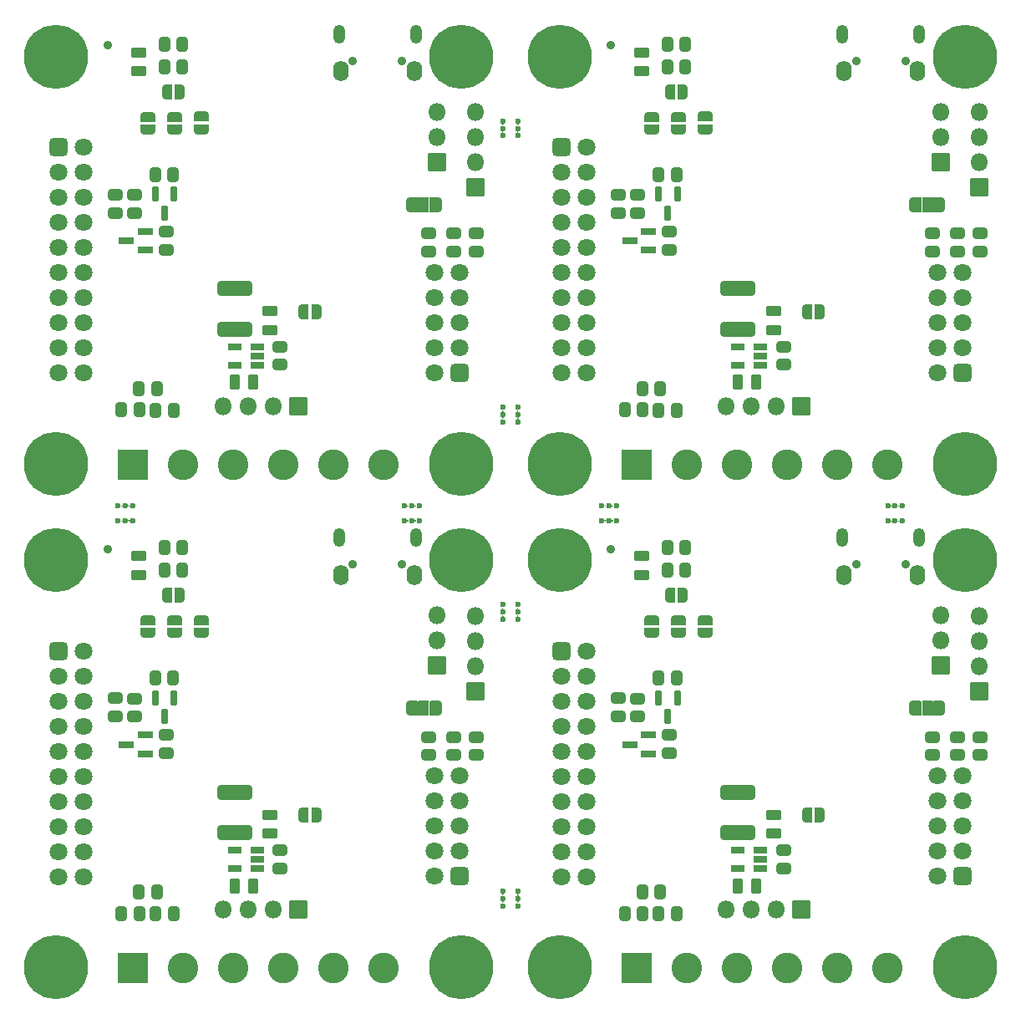
<source format=gbs>
G04 #@! TF.GenerationSoftware,KiCad,Pcbnew,(6.0.9)*
G04 #@! TF.CreationDate,2023-01-12T22:26:47+07:00*
G04 #@! TF.ProjectId,ESP12CORE_B_panel,45535031-3243-44f5-9245-5f425f70616e,rev?*
G04 #@! TF.SameCoordinates,Original*
G04 #@! TF.FileFunction,Soldermask,Bot*
G04 #@! TF.FilePolarity,Negative*
%FSLAX46Y46*%
G04 Gerber Fmt 4.6, Leading zero omitted, Abs format (unit mm)*
G04 Created by KiCad (PCBNEW (6.0.9)) date 2023-01-12 22:26:47*
%MOMM*%
%LPD*%
G01*
G04 APERTURE LIST*
G04 Aperture macros list*
%AMRoundRect*
0 Rectangle with rounded corners*
0 $1 Rounding radius*
0 $2 $3 $4 $5 $6 $7 $8 $9 X,Y pos of 4 corners*
0 Add a 4 corners polygon primitive as box body*
4,1,4,$2,$3,$4,$5,$6,$7,$8,$9,$2,$3,0*
0 Add four circle primitives for the rounded corners*
1,1,$1+$1,$2,$3*
1,1,$1+$1,$4,$5*
1,1,$1+$1,$6,$7*
1,1,$1+$1,$8,$9*
0 Add four rect primitives between the rounded corners*
20,1,$1+$1,$2,$3,$4,$5,0*
20,1,$1+$1,$4,$5,$6,$7,0*
20,1,$1+$1,$6,$7,$8,$9,0*
20,1,$1+$1,$8,$9,$2,$3,0*%
%AMFreePoly0*
4,1,37,0.535355,0.785355,0.550000,0.750000,0.550000,-0.750000,0.535355,-0.785355,0.500000,-0.800000,0.000000,-0.800000,-0.012524,-0.794812,-0.080857,-0.793560,-0.094851,-0.791293,-0.230166,-0.749018,-0.242962,-0.742915,-0.360972,-0.664360,-0.371540,-0.654911,-0.462760,-0.546392,-0.470252,-0.534356,-0.527347,-0.404597,-0.531159,-0.390943,-0.548742,-0.256483,-0.547388,-0.256306,-0.550000,-0.250000,
-0.550000,0.250000,-0.549522,0.251153,-0.549368,0.263802,-0.527557,0.403879,-0.523412,0.417435,-0.463164,0.545760,-0.455381,0.557609,-0.361537,0.663867,-0.350741,0.673055,-0.230846,0.748703,-0.217905,0.754492,-0.081598,0.793449,-0.067552,0.795373,-0.011991,0.795033,0.000000,0.800000,0.500000,0.800000,0.535355,0.785355,0.535355,0.785355,$1*%
%AMFreePoly1*
4,1,37,0.012350,0.794884,0.074210,0.794507,0.088231,0.792412,0.224052,0.751793,0.236921,0.745846,0.355883,0.668739,0.366566,0.659420,0.459104,0.552023,0.466742,0.540080,0.525419,0.411028,0.529398,0.397421,0.549495,0.257088,0.550000,0.250000,0.550000,-0.250000,0.549996,-0.250610,0.549847,-0.262826,0.549158,-0.270511,0.525638,-0.410312,0.521328,-0.423818,0.459516,-0.551397,
0.451589,-0.563150,0.356454,-0.668254,0.345546,-0.677309,0.224736,-0.751486,0.211726,-0.757116,0.074953,-0.794405,0.060885,-0.796158,0.011462,-0.795252,0.000000,-0.800000,-0.500000,-0.800000,-0.535355,-0.785355,-0.550000,-0.750000,-0.550000,0.750000,-0.535355,0.785355,-0.500000,0.800000,0.000000,0.800000,0.012350,0.794884,0.012350,0.794884,$1*%
%AMFreePoly2*
4,1,37,0.585355,0.785355,0.600000,0.750000,0.600000,-0.750000,0.585355,-0.785355,0.550000,-0.800000,0.000000,-0.800000,-0.012524,-0.794812,-0.080857,-0.793560,-0.094851,-0.791293,-0.230166,-0.749018,-0.242962,-0.742915,-0.360972,-0.664360,-0.371540,-0.654911,-0.462760,-0.546392,-0.470252,-0.534356,-0.527347,-0.404597,-0.531159,-0.390943,-0.548742,-0.256483,-0.547388,-0.256306,-0.550000,-0.250000,
-0.550000,0.250000,-0.549522,0.251153,-0.549368,0.263802,-0.527557,0.403879,-0.523412,0.417435,-0.463164,0.545760,-0.455381,0.557609,-0.361537,0.663867,-0.350741,0.673055,-0.230846,0.748703,-0.217905,0.754492,-0.081598,0.793449,-0.067552,0.795373,-0.011991,0.795033,0.000000,0.800000,0.550000,0.800000,0.585355,0.785355,0.585355,0.785355,$1*%
%AMFreePoly3*
4,1,37,0.012350,0.794884,0.074210,0.794507,0.088231,0.792412,0.224052,0.751793,0.236921,0.745846,0.355883,0.668739,0.366566,0.659420,0.459104,0.552023,0.466742,0.540080,0.525419,0.411028,0.529398,0.397421,0.549495,0.257088,0.550000,0.250000,0.550000,-0.250000,0.549996,-0.250610,0.549847,-0.262826,0.549158,-0.270511,0.525638,-0.410312,0.521328,-0.423818,0.459516,-0.551397,
0.451589,-0.563150,0.356454,-0.668254,0.345546,-0.677309,0.224736,-0.751486,0.211726,-0.757116,0.074953,-0.794405,0.060885,-0.796158,0.011462,-0.795252,0.000000,-0.800000,-0.550000,-0.800000,-0.585355,-0.785355,-0.600000,-0.750000,-0.600000,0.750000,-0.585355,0.785355,-0.550000,0.800000,0.000000,0.800000,0.012350,0.794884,0.012350,0.794884,$1*%
G04 Aperture macros list end*
%ADD10C,0.600000*%
%ADD11RoundRect,0.300000X0.600000X0.600000X-0.600000X0.600000X-0.600000X-0.600000X0.600000X-0.600000X0*%
%ADD12C,1.800000*%
%ADD13RoundRect,0.050000X-0.850000X0.850000X-0.850000X-0.850000X0.850000X-0.850000X0.850000X0.850000X0*%
%ADD14O,1.800000X1.800000*%
%ADD15C,0.900000*%
%ADD16C,6.500000*%
%ADD17RoundRect,0.300000X-0.600000X-0.600000X0.600000X-0.600000X0.600000X0.600000X-0.600000X0.600000X0*%
%ADD18RoundRect,0.050000X0.850000X0.850000X-0.850000X0.850000X-0.850000X-0.850000X0.850000X-0.850000X0*%
%ADD19O,0.900000X0.900000*%
%ADD20O,1.250000X1.900000*%
%ADD21O,1.550000X2.100000*%
%ADD22RoundRect,0.050000X-1.500000X-1.500000X1.500000X-1.500000X1.500000X1.500000X-1.500000X1.500000X0*%
%ADD23C,3.100000*%
%ADD24RoundRect,0.300000X0.262500X0.450000X-0.262500X0.450000X-0.262500X-0.450000X0.262500X-0.450000X0*%
%ADD25RoundRect,0.300000X-0.450000X0.262500X-0.450000X-0.262500X0.450000X-0.262500X0.450000X0.262500X0*%
%ADD26RoundRect,0.300000X0.450000X-0.262500X0.450000X0.262500X-0.450000X0.262500X-0.450000X-0.262500X0*%
%ADD27FreePoly0,180.000000*%
%ADD28FreePoly1,180.000000*%
%ADD29RoundRect,0.300000X-0.262500X-0.450000X0.262500X-0.450000X0.262500X0.450000X-0.262500X0.450000X0*%
%ADD30FreePoly0,270.000000*%
%ADD31FreePoly1,270.000000*%
%ADD32RoundRect,0.200000X0.587500X0.150000X-0.587500X0.150000X-0.587500X-0.150000X0.587500X-0.150000X0*%
%ADD33RoundRect,0.300000X0.475000X-0.250000X0.475000X0.250000X-0.475000X0.250000X-0.475000X-0.250000X0*%
%ADD34RoundRect,0.200000X0.512500X0.150000X-0.512500X0.150000X-0.512500X-0.150000X0.512500X-0.150000X0*%
%ADD35RoundRect,0.299999X1.450001X-0.450001X1.450001X0.450001X-1.450001X0.450001X-1.450001X-0.450001X0*%
%ADD36FreePoly2,0.000000*%
%ADD37RoundRect,0.050000X-0.500000X-0.750000X0.500000X-0.750000X0.500000X0.750000X-0.500000X0.750000X0*%
%ADD38FreePoly3,0.000000*%
%ADD39RoundRect,0.300000X-0.475000X0.250000X-0.475000X-0.250000X0.475000X-0.250000X0.475000X0.250000X0*%
%ADD40RoundRect,0.300000X-0.250000X-0.475000X0.250000X-0.475000X0.250000X0.475000X-0.250000X0.475000X0*%
%ADD41RoundRect,0.200000X-0.150000X0.587500X-0.150000X-0.587500X0.150000X-0.587500X0.150000X0.587500X0*%
G04 APERTURE END LIST*
D10*
X150250000Y-148250000D03*
X150250000Y-149750000D03*
X151750000Y-149750000D03*
X151750000Y-148250000D03*
X150250000Y-149000000D03*
X151750000Y-149000000D03*
D11*
X145843909Y-95758668D03*
D12*
X143303909Y-95758668D03*
X145843909Y-93218668D03*
X143303909Y-93218668D03*
X145843909Y-90678668D03*
X143303909Y-90678668D03*
X145843909Y-88138668D03*
X143303909Y-88138668D03*
X145843909Y-85598668D03*
X143303909Y-85598668D03*
D13*
X180480000Y-99133737D03*
D14*
X177940000Y-99133737D03*
X175400000Y-99133737D03*
X172860000Y-99133737D03*
D15*
X110200827Y-62587897D03*
X144352944Y-103302944D03*
X146050000Y-102600000D03*
D16*
X146050000Y-105000000D03*
D15*
X147747056Y-103302944D03*
X146050000Y-107400000D03*
X144352944Y-106697056D03*
X147747056Y-106697056D03*
X143650000Y-105000000D03*
X148450000Y-105000000D03*
X105000000Y-117150000D03*
X106697056Y-116447056D03*
X102600000Y-114750000D03*
X105000000Y-112350000D03*
X103302944Y-113052944D03*
D16*
X105000000Y-114750000D03*
D15*
X106697056Y-113052944D03*
X103302944Y-116447056D03*
X107400000Y-114750000D03*
D17*
X156204868Y-123917125D03*
D12*
X158744868Y-123917125D03*
X156204868Y-126457125D03*
X158744868Y-126457125D03*
X156204868Y-128997125D03*
X158744868Y-128997125D03*
X156204868Y-131537125D03*
X158744868Y-131537125D03*
X156204868Y-134077125D03*
X158744868Y-134077125D03*
X156204868Y-136617125D03*
X158744868Y-136617125D03*
X156204868Y-139157125D03*
X158744868Y-139157125D03*
X156204868Y-141697125D03*
X158744868Y-141697125D03*
X156204868Y-144237125D03*
X158744868Y-144237125D03*
X156204868Y-146777125D03*
X158744868Y-146777125D03*
D18*
X143606599Y-74422000D03*
D14*
X143606599Y-71882000D03*
X143606599Y-69342000D03*
D18*
X147500856Y-127995980D03*
D14*
X147500856Y-125455980D03*
X147500856Y-122915980D03*
X147500856Y-120375980D03*
D10*
X141750000Y-109250000D03*
X141750000Y-110750000D03*
X140250000Y-109250000D03*
X140250000Y-110750000D03*
X141000000Y-110750000D03*
X141000000Y-109250000D03*
D15*
X153600000Y-156000000D03*
X156000000Y-158400000D03*
D16*
X156000000Y-156000000D03*
D15*
X157697056Y-154302944D03*
X157697056Y-157697056D03*
X158400000Y-156000000D03*
X156000000Y-153600000D03*
X154302944Y-154302944D03*
X154302944Y-157697056D03*
D17*
X105204868Y-72917125D03*
D12*
X107744868Y-72917125D03*
X105204868Y-75457125D03*
X107744868Y-75457125D03*
X105204868Y-77997125D03*
X107744868Y-77997125D03*
X105204868Y-80537125D03*
X107744868Y-80537125D03*
X105204868Y-83077125D03*
X107744868Y-83077125D03*
X105204868Y-85617125D03*
X107744868Y-85617125D03*
X105204868Y-88157125D03*
X107744868Y-88157125D03*
X105204868Y-90697125D03*
X107744868Y-90697125D03*
X105204868Y-93237125D03*
X107744868Y-93237125D03*
X105204868Y-95777125D03*
X107744868Y-95777125D03*
D15*
X144352944Y-62052944D03*
X144352944Y-65447056D03*
X147747056Y-65447056D03*
X146050000Y-61350000D03*
X147747056Y-62052944D03*
X143650000Y-63750000D03*
X146050000Y-66150000D03*
D16*
X146050000Y-63750000D03*
D15*
X148450000Y-63750000D03*
D18*
X194606599Y-125422000D03*
D14*
X194606599Y-122882000D03*
X194606599Y-120342000D03*
D15*
X197050000Y-66150000D03*
X199450000Y-63750000D03*
X194650000Y-63750000D03*
X198747056Y-62052944D03*
X195352944Y-65447056D03*
X197050000Y-61350000D03*
X195352944Y-62052944D03*
D16*
X197050000Y-63750000D03*
D15*
X198747056Y-65447056D03*
X197050000Y-158400000D03*
X195352944Y-154302944D03*
X194650000Y-156000000D03*
X197050000Y-153600000D03*
X198747056Y-154302944D03*
X198747056Y-157697056D03*
D16*
X197050000Y-156000000D03*
D15*
X199450000Y-156000000D03*
X195352944Y-157697056D03*
D17*
X156204868Y-72917125D03*
D12*
X158744868Y-72917125D03*
X156204868Y-75457125D03*
X158744868Y-75457125D03*
X156204868Y-77997125D03*
X158744868Y-77997125D03*
X156204868Y-80537125D03*
X158744868Y-80537125D03*
X156204868Y-83077125D03*
X158744868Y-83077125D03*
X156204868Y-85617125D03*
X158744868Y-85617125D03*
X156204868Y-88157125D03*
X158744868Y-88157125D03*
X156204868Y-90697125D03*
X158744868Y-90697125D03*
X156204868Y-93237125D03*
X158744868Y-93237125D03*
X156204868Y-95777125D03*
X158744868Y-95777125D03*
D13*
X129480000Y-99133737D03*
D14*
X126940000Y-99133737D03*
X124400000Y-99133737D03*
X121860000Y-99133737D03*
D19*
X186041582Y-115190224D03*
X191041582Y-115190224D03*
D20*
X192416582Y-112440224D03*
D21*
X192266582Y-116240224D03*
X184816582Y-116240224D03*
D20*
X184666582Y-112440224D03*
D11*
X196843909Y-146758668D03*
D12*
X194303909Y-146758668D03*
X196843909Y-144218668D03*
X194303909Y-144218668D03*
X196843909Y-141678668D03*
X194303909Y-141678668D03*
X196843909Y-139138668D03*
X194303909Y-139138668D03*
X196843909Y-136598668D03*
X194303909Y-136598668D03*
D18*
X147500856Y-76995980D03*
D14*
X147500856Y-74455980D03*
X147500856Y-71915980D03*
X147500856Y-69375980D03*
D15*
X143650000Y-114750000D03*
D16*
X146050000Y-114750000D03*
D15*
X147747056Y-116447056D03*
X144352944Y-116447056D03*
X146050000Y-117150000D03*
X147747056Y-113052944D03*
X146050000Y-112350000D03*
X148450000Y-114750000D03*
X144352944Y-113052944D03*
X153600000Y-105000000D03*
X156000000Y-102600000D03*
D16*
X156000000Y-105000000D03*
D15*
X157697056Y-103302944D03*
X158400000Y-105000000D03*
X157697056Y-106697056D03*
X154302944Y-106697056D03*
X156000000Y-107400000D03*
X154302944Y-103302944D03*
X143650000Y-156000000D03*
X146050000Y-158400000D03*
X146050000Y-153600000D03*
X144352944Y-154302944D03*
X147747056Y-154302944D03*
X148450000Y-156000000D03*
X144352944Y-157697056D03*
X147747056Y-157697056D03*
D16*
X146050000Y-156000000D03*
D17*
X105204868Y-123917125D03*
D12*
X107744868Y-123917125D03*
X105204868Y-126457125D03*
X107744868Y-126457125D03*
X105204868Y-128997125D03*
X107744868Y-128997125D03*
X105204868Y-131537125D03*
X107744868Y-131537125D03*
X105204868Y-134077125D03*
X107744868Y-134077125D03*
X105204868Y-136617125D03*
X107744868Y-136617125D03*
X105204868Y-139157125D03*
X107744868Y-139157125D03*
X105204868Y-141697125D03*
X107744868Y-141697125D03*
X105204868Y-144237125D03*
X107744868Y-144237125D03*
X105204868Y-146777125D03*
X107744868Y-146777125D03*
D15*
X105000000Y-66150000D03*
X103302944Y-62052944D03*
X102600000Y-63750000D03*
D16*
X105000000Y-63750000D03*
D15*
X107400000Y-63750000D03*
X106697056Y-65447056D03*
X103302944Y-65447056D03*
X106697056Y-62052944D03*
X105000000Y-61350000D03*
D10*
X151750000Y-100000000D03*
X150250000Y-100000000D03*
X150250000Y-99250000D03*
X150250000Y-100750000D03*
X151750000Y-100750000D03*
X151750000Y-99250000D03*
X112750000Y-109250000D03*
X111250000Y-109250000D03*
X112000000Y-110750000D03*
X112000000Y-109250000D03*
X111250000Y-110750000D03*
X112750000Y-110750000D03*
D18*
X198500856Y-127995980D03*
D14*
X198500856Y-125455980D03*
X198500856Y-122915980D03*
X198500856Y-120375980D03*
D13*
X129480000Y-150133737D03*
D14*
X126940000Y-150133737D03*
X124400000Y-150133737D03*
X121860000Y-150133737D03*
D22*
X112773429Y-156050688D03*
D23*
X117853429Y-156050688D03*
X122933429Y-156050688D03*
X128013429Y-156050688D03*
X133093429Y-156050688D03*
X138173429Y-156050688D03*
D10*
X150250000Y-119250000D03*
X150250000Y-120000000D03*
X151750000Y-120000000D03*
X151750000Y-120750000D03*
X151750000Y-119250000D03*
X150250000Y-120750000D03*
D22*
X163773429Y-105050688D03*
D23*
X168853429Y-105050688D03*
X173933429Y-105050688D03*
X179013429Y-105050688D03*
X184093429Y-105050688D03*
X189173429Y-105050688D03*
D10*
X150250000Y-71750000D03*
X151750000Y-70250000D03*
X151750000Y-71000000D03*
X150250000Y-70250000D03*
X151750000Y-71750000D03*
X150250000Y-71000000D03*
D18*
X198500856Y-76995980D03*
D14*
X198500856Y-74455980D03*
X198500856Y-71915980D03*
X198500856Y-69375980D03*
D13*
X180480000Y-150133737D03*
D14*
X177940000Y-150133737D03*
X175400000Y-150133737D03*
X172860000Y-150133737D03*
D10*
X189250000Y-109250000D03*
X190750000Y-110750000D03*
X190000000Y-110750000D03*
X189250000Y-110750000D03*
X190000000Y-109250000D03*
X190750000Y-109250000D03*
X160250000Y-110750000D03*
X161750000Y-110750000D03*
X160250000Y-109250000D03*
X161000000Y-109250000D03*
X161750000Y-109250000D03*
X161000000Y-110750000D03*
D19*
X186041582Y-64190224D03*
X191041582Y-64190224D03*
D20*
X184666582Y-61440224D03*
D21*
X184816582Y-65240224D03*
X192266582Y-65240224D03*
D20*
X192416582Y-61440224D03*
D15*
X154302944Y-62052944D03*
D16*
X156000000Y-63750000D03*
D15*
X154302944Y-65447056D03*
X157697056Y-62052944D03*
X157697056Y-65447056D03*
X156000000Y-66150000D03*
X156000000Y-61350000D03*
X153600000Y-63750000D03*
X158400000Y-63750000D03*
X161200827Y-113587897D03*
X105000000Y-107400000D03*
X106697056Y-106697056D03*
X102600000Y-105000000D03*
D16*
X105000000Y-105000000D03*
D15*
X105000000Y-102600000D03*
X103302944Y-103302944D03*
X107400000Y-105000000D03*
X103302944Y-106697056D03*
X106697056Y-103302944D03*
X195352944Y-103302944D03*
X195352944Y-106697056D03*
X194650000Y-105000000D03*
X198747056Y-106697056D03*
X198747056Y-103302944D03*
X197050000Y-107400000D03*
X197050000Y-102600000D03*
D16*
X197050000Y-105000000D03*
D15*
X199450000Y-105000000D03*
D16*
X156000000Y-114750000D03*
D15*
X158400000Y-114750000D03*
X156000000Y-117150000D03*
X157697056Y-116447056D03*
X154302944Y-113052944D03*
X157697056Y-113052944D03*
X153600000Y-114750000D03*
X154302944Y-116447056D03*
X156000000Y-112350000D03*
X199450000Y-114750000D03*
D16*
X197050000Y-114750000D03*
D15*
X194650000Y-114750000D03*
X198747056Y-116447056D03*
X197050000Y-117150000D03*
X197050000Y-112350000D03*
X198747056Y-113052944D03*
X195352944Y-113052944D03*
X195352944Y-116447056D03*
X110200827Y-113587897D03*
X103302944Y-157697056D03*
X107400000Y-156000000D03*
D16*
X105000000Y-156000000D03*
D15*
X105000000Y-158400000D03*
X106697056Y-157697056D03*
X102600000Y-156000000D03*
X106697056Y-154302944D03*
X103302944Y-154302944D03*
X105000000Y-153600000D03*
D22*
X112773429Y-105050688D03*
D23*
X117853429Y-105050688D03*
X122933429Y-105050688D03*
X128013429Y-105050688D03*
X133093429Y-105050688D03*
X138173429Y-105050688D03*
D18*
X143606599Y-125422000D03*
D14*
X143606599Y-122882000D03*
X143606599Y-120342000D03*
D18*
X194606599Y-74422000D03*
D14*
X194606599Y-71882000D03*
X194606599Y-69342000D03*
D19*
X135041582Y-64190224D03*
X140041582Y-64190224D03*
D21*
X133816582Y-65240224D03*
D20*
X141416582Y-61440224D03*
D21*
X141266582Y-65240224D03*
D20*
X133666582Y-61440224D03*
D15*
X161200827Y-62587897D03*
D19*
X135041582Y-115190224D03*
X140041582Y-115190224D03*
D20*
X133666582Y-112440224D03*
D21*
X133816582Y-116240224D03*
X141266582Y-116240224D03*
D20*
X141416582Y-112440224D03*
D11*
X196843909Y-95758668D03*
D12*
X194303909Y-95758668D03*
X196843909Y-93218668D03*
X194303909Y-93218668D03*
X196843909Y-90678668D03*
X194303909Y-90678668D03*
X196843909Y-88138668D03*
X194303909Y-88138668D03*
X196843909Y-85598668D03*
X194303909Y-85598668D03*
D11*
X145843909Y-146758668D03*
D12*
X143303909Y-146758668D03*
X145843909Y-144218668D03*
X143303909Y-144218668D03*
X145843909Y-141678668D03*
X143303909Y-141678668D03*
X145843909Y-139138668D03*
X143303909Y-139138668D03*
X145843909Y-136598668D03*
X143303909Y-136598668D03*
D22*
X163773429Y-156050688D03*
D23*
X168853429Y-156050688D03*
X173933429Y-156050688D03*
X179013429Y-156050688D03*
X184093429Y-156050688D03*
X189173429Y-156050688D03*
D24*
X167852500Y-126660000D03*
X166027500Y-126660000D03*
D25*
X198574000Y-81637500D03*
X198574000Y-83462500D03*
D26*
X112925000Y-130587500D03*
X112925000Y-128762500D03*
D27*
X168490000Y-67310000D03*
D28*
X167190000Y-67310000D03*
D27*
X117490000Y-118310000D03*
D28*
X116190000Y-118310000D03*
D27*
X168490000Y-118310000D03*
D28*
X167190000Y-118310000D03*
D29*
X113357500Y-148380000D03*
X115182500Y-148380000D03*
D26*
X110950000Y-130562500D03*
X110950000Y-128737500D03*
D29*
X115037500Y-150580000D03*
X116862500Y-150580000D03*
D27*
X182333000Y-140560400D03*
D28*
X181033000Y-140560400D03*
D30*
X117020000Y-120820000D03*
D31*
X117020000Y-122120000D03*
D32*
X113987500Y-81450000D03*
X113987500Y-83350000D03*
X112112500Y-82400000D03*
D30*
X165290000Y-69830000D03*
D31*
X165290000Y-71130000D03*
D25*
X193748000Y-81637500D03*
X193748000Y-83462500D03*
D32*
X164987500Y-132450000D03*
X164987500Y-134350000D03*
X163112500Y-133400000D03*
D30*
X114290000Y-69830000D03*
D31*
X114290000Y-71130000D03*
D25*
X198574000Y-132637500D03*
X198574000Y-134462500D03*
D30*
X117020000Y-69820000D03*
D31*
X117020000Y-71120000D03*
D29*
X162577500Y-150530000D03*
X164402500Y-150530000D03*
D33*
X126660000Y-91440000D03*
X126660000Y-89540000D03*
D24*
X117752500Y-115770000D03*
X115927500Y-115770000D03*
D33*
X177660000Y-91440000D03*
X177660000Y-89540000D03*
D29*
X162577500Y-99530000D03*
X164402500Y-99530000D03*
D34*
X176347500Y-144100000D03*
X176347500Y-145050000D03*
X176347500Y-146000000D03*
X174072500Y-146000000D03*
X174072500Y-144100000D03*
D25*
X147574000Y-132637500D03*
X147574000Y-134462500D03*
D24*
X167852500Y-75660000D03*
X166027500Y-75660000D03*
X116852500Y-126660000D03*
X115027500Y-126660000D03*
D27*
X131333000Y-140560400D03*
D28*
X130033000Y-140560400D03*
D35*
X123060000Y-142330000D03*
X123060000Y-138230000D03*
D30*
X165290000Y-120830000D03*
D31*
X165290000Y-122130000D03*
D27*
X182333000Y-89560400D03*
D28*
X181033000Y-89560400D03*
D30*
X119720000Y-120790000D03*
D31*
X119720000Y-122090000D03*
D25*
X145288000Y-132637500D03*
X145288000Y-134462500D03*
D36*
X140940000Y-78740000D03*
D37*
X142240000Y-78740000D03*
D38*
X143540000Y-78740000D03*
D26*
X163925000Y-79587500D03*
X163925000Y-77762500D03*
D29*
X164357500Y-97380000D03*
X166182500Y-97380000D03*
X111577500Y-99530000D03*
X113402500Y-99530000D03*
D26*
X163925000Y-130587500D03*
X163925000Y-128762500D03*
D25*
X196288000Y-132637500D03*
X196288000Y-134462500D03*
D32*
X164987500Y-81450000D03*
X164987500Y-83350000D03*
X163112500Y-82400000D03*
D34*
X176347500Y-93100000D03*
X176347500Y-94050000D03*
X176347500Y-95000000D03*
X174072500Y-95000000D03*
X174072500Y-93100000D03*
D39*
X113344075Y-114334212D03*
X113344075Y-116234212D03*
D25*
X142748000Y-81637500D03*
X142748000Y-83462500D03*
D40*
X174050000Y-96720000D03*
X175950000Y-96720000D03*
D30*
X170720000Y-120790000D03*
D31*
X170720000Y-122090000D03*
D35*
X174060000Y-91330000D03*
X174060000Y-87230000D03*
D29*
X164357500Y-148380000D03*
X166182500Y-148380000D03*
D40*
X174050000Y-147720000D03*
X175950000Y-147720000D03*
D26*
X167100000Y-134287500D03*
X167100000Y-132462500D03*
D25*
X127670000Y-144107500D03*
X127670000Y-145932500D03*
D26*
X112925000Y-79587500D03*
X112925000Y-77762500D03*
D41*
X115020000Y-77682500D03*
X116920000Y-77682500D03*
X115970000Y-79557500D03*
D40*
X123050000Y-96720000D03*
X124950000Y-96720000D03*
D35*
X174060000Y-142330000D03*
X174060000Y-138230000D03*
D30*
X168020000Y-120820000D03*
D31*
X168020000Y-122120000D03*
D32*
X113987500Y-132450000D03*
X113987500Y-134350000D03*
X112112500Y-133400000D03*
D29*
X113357500Y-97380000D03*
X115182500Y-97380000D03*
D26*
X167100000Y-83287500D03*
X167100000Y-81462500D03*
D29*
X115037500Y-99580000D03*
X116862500Y-99580000D03*
D26*
X161950000Y-79562500D03*
X161950000Y-77737500D03*
D36*
X140940000Y-129740000D03*
D37*
X142240000Y-129740000D03*
D38*
X143540000Y-129740000D03*
D26*
X161950000Y-130562500D03*
X161950000Y-128737500D03*
D25*
X147574000Y-81637500D03*
X147574000Y-83462500D03*
D33*
X126660000Y-142440000D03*
X126660000Y-140540000D03*
D30*
X114290000Y-120830000D03*
D31*
X114290000Y-122130000D03*
D27*
X117490000Y-67310000D03*
D28*
X116190000Y-67310000D03*
D30*
X119720000Y-69790000D03*
D31*
X119720000Y-71090000D03*
D29*
X166037500Y-150580000D03*
X167862500Y-150580000D03*
D25*
X142748000Y-132637500D03*
X142748000Y-134462500D03*
D24*
X168752500Y-64770000D03*
X166927500Y-64770000D03*
D39*
X113344075Y-63334212D03*
X113344075Y-65234212D03*
D25*
X178670000Y-144107500D03*
X178670000Y-145932500D03*
X145288000Y-81637500D03*
X145288000Y-83462500D03*
D27*
X131333000Y-89560400D03*
D28*
X130033000Y-89560400D03*
D40*
X123050000Y-147720000D03*
X124950000Y-147720000D03*
D26*
X110950000Y-79562500D03*
X110950000Y-77737500D03*
D33*
X177660000Y-142440000D03*
X177660000Y-140540000D03*
D36*
X191940000Y-129740000D03*
D37*
X193240000Y-129740000D03*
D38*
X194540000Y-129740000D03*
D30*
X168020000Y-69820000D03*
D31*
X168020000Y-71120000D03*
D29*
X111577500Y-150530000D03*
X113402500Y-150530000D03*
D41*
X115020000Y-128682500D03*
X116920000Y-128682500D03*
X115970000Y-130557500D03*
D29*
X166927500Y-62484000D03*
X168752500Y-62484000D03*
D34*
X125347500Y-93100000D03*
X125347500Y-94050000D03*
X125347500Y-95000000D03*
X123072500Y-95000000D03*
X123072500Y-93100000D03*
D29*
X115927500Y-62484000D03*
X117752500Y-62484000D03*
D25*
X127670000Y-93107500D03*
X127670000Y-94932500D03*
D39*
X164344075Y-63334212D03*
X164344075Y-65234212D03*
D41*
X166020000Y-128682500D03*
X167920000Y-128682500D03*
X166970000Y-130557500D03*
D26*
X116100000Y-134287500D03*
X116100000Y-132462500D03*
D25*
X178670000Y-93107500D03*
X178670000Y-94932500D03*
X193748000Y-132637500D03*
X193748000Y-134462500D03*
D29*
X166927500Y-113484000D03*
X168752500Y-113484000D03*
D25*
X196288000Y-81637500D03*
X196288000Y-83462500D03*
D29*
X115927500Y-113484000D03*
X117752500Y-113484000D03*
D34*
X125347500Y-144100000D03*
X125347500Y-145050000D03*
X125347500Y-146000000D03*
X123072500Y-146000000D03*
X123072500Y-144100000D03*
D24*
X117752500Y-64770000D03*
X115927500Y-64770000D03*
D35*
X123060000Y-91330000D03*
X123060000Y-87230000D03*
D39*
X164344075Y-114334212D03*
X164344075Y-116234212D03*
D30*
X170720000Y-69790000D03*
D31*
X170720000Y-71090000D03*
D24*
X168752500Y-115770000D03*
X166927500Y-115770000D03*
X116852500Y-75660000D03*
X115027500Y-75660000D03*
D36*
X191940000Y-78740000D03*
D37*
X193240000Y-78740000D03*
D38*
X194540000Y-78740000D03*
D26*
X116100000Y-83287500D03*
X116100000Y-81462500D03*
D41*
X166020000Y-77682500D03*
X167920000Y-77682500D03*
X166970000Y-79557500D03*
D29*
X166037500Y-99580000D03*
X167862500Y-99580000D03*
G36*
X150366484Y-149270942D02*
G01*
X150367168Y-149272821D01*
X150366106Y-149274256D01*
X150340038Y-149287539D01*
X150297020Y-149330556D01*
X150287556Y-149390314D01*
X150315101Y-149444374D01*
X150339899Y-149462390D01*
X150366106Y-149475744D01*
X150367195Y-149477421D01*
X150366287Y-149479203D01*
X150364514Y-149479405D01*
X150301742Y-149456558D01*
X150198258Y-149456558D01*
X150135486Y-149479405D01*
X150133516Y-149479058D01*
X150132832Y-149477179D01*
X150133894Y-149475744D01*
X150159962Y-149462461D01*
X150202980Y-149419444D01*
X150212444Y-149359686D01*
X150184899Y-149305626D01*
X150160101Y-149287610D01*
X150133894Y-149274256D01*
X150132805Y-149272579D01*
X150133713Y-149270797D01*
X150135486Y-149270595D01*
X150198258Y-149293442D01*
X150301742Y-149293442D01*
X150364514Y-149270595D01*
X150366484Y-149270942D01*
G37*
G36*
X151866484Y-149270942D02*
G01*
X151867168Y-149272821D01*
X151866106Y-149274256D01*
X151840038Y-149287539D01*
X151797020Y-149330556D01*
X151787556Y-149390314D01*
X151815101Y-149444374D01*
X151839899Y-149462390D01*
X151866106Y-149475744D01*
X151867195Y-149477421D01*
X151866287Y-149479203D01*
X151864514Y-149479405D01*
X151801742Y-149456558D01*
X151698258Y-149456558D01*
X151635486Y-149479405D01*
X151633516Y-149479058D01*
X151632832Y-149477179D01*
X151633894Y-149475744D01*
X151659962Y-149462461D01*
X151702980Y-149419444D01*
X151712444Y-149359686D01*
X151684899Y-149305626D01*
X151660101Y-149287610D01*
X151633894Y-149274256D01*
X151632805Y-149272579D01*
X151633713Y-149270797D01*
X151635486Y-149270595D01*
X151698258Y-149293442D01*
X151801742Y-149293442D01*
X151864514Y-149270595D01*
X151866484Y-149270942D01*
G37*
G36*
X150366484Y-148520942D02*
G01*
X150367168Y-148522821D01*
X150366106Y-148524256D01*
X150340038Y-148537539D01*
X150297020Y-148580556D01*
X150287556Y-148640314D01*
X150315101Y-148694374D01*
X150339899Y-148712390D01*
X150366106Y-148725744D01*
X150367195Y-148727421D01*
X150366287Y-148729203D01*
X150364514Y-148729405D01*
X150301742Y-148706558D01*
X150198258Y-148706558D01*
X150135486Y-148729405D01*
X150133516Y-148729058D01*
X150132832Y-148727179D01*
X150133894Y-148725744D01*
X150159962Y-148712461D01*
X150202980Y-148669444D01*
X150212444Y-148609686D01*
X150184899Y-148555626D01*
X150160101Y-148537610D01*
X150133894Y-148524256D01*
X150132805Y-148522579D01*
X150133713Y-148520797D01*
X150135486Y-148520595D01*
X150198258Y-148543442D01*
X150301742Y-148543442D01*
X150364514Y-148520595D01*
X150366484Y-148520942D01*
G37*
G36*
X151866484Y-148520942D02*
G01*
X151867168Y-148522821D01*
X151866106Y-148524256D01*
X151840038Y-148537539D01*
X151797020Y-148580556D01*
X151787556Y-148640314D01*
X151815101Y-148694374D01*
X151839899Y-148712390D01*
X151866106Y-148725744D01*
X151867195Y-148727421D01*
X151866287Y-148729203D01*
X151864514Y-148729405D01*
X151801742Y-148706558D01*
X151698258Y-148706558D01*
X151635486Y-148729405D01*
X151633516Y-148729058D01*
X151632832Y-148727179D01*
X151633894Y-148725744D01*
X151659962Y-148712461D01*
X151702980Y-148669444D01*
X151712444Y-148609686D01*
X151684899Y-148555626D01*
X151660101Y-148537610D01*
X151633894Y-148524256D01*
X151632805Y-148522579D01*
X151633713Y-148520797D01*
X151635486Y-148520595D01*
X151698258Y-148543442D01*
X151801742Y-148543442D01*
X151864514Y-148520595D01*
X151866484Y-148520942D01*
G37*
G36*
X124503868Y-143078999D02*
G01*
X124503868Y-143080999D01*
X124502465Y-143081972D01*
X124502459Y-143081973D01*
X124502130Y-143082000D01*
X121617870Y-143082000D01*
X121616138Y-143081000D01*
X121616138Y-143079000D01*
X121617870Y-143078000D01*
X124502136Y-143077999D01*
X124503868Y-143078999D01*
G37*
G36*
X175503868Y-143078999D02*
G01*
X175503868Y-143080999D01*
X175502465Y-143081972D01*
X175502459Y-143081973D01*
X175502130Y-143082000D01*
X172617870Y-143082000D01*
X172616138Y-143081000D01*
X172616138Y-143079000D01*
X172617870Y-143078000D01*
X175502136Y-143077999D01*
X175503868Y-143078999D01*
G37*
G36*
X124503862Y-141579000D02*
G01*
X124503862Y-141581000D01*
X124502130Y-141582000D01*
X121617864Y-141582001D01*
X121616132Y-141581001D01*
X121616132Y-141579001D01*
X121617535Y-141578028D01*
X121617541Y-141578027D01*
X121617870Y-141578000D01*
X124502130Y-141578000D01*
X124503862Y-141579000D01*
G37*
G36*
X175503862Y-141579000D02*
G01*
X175503862Y-141581000D01*
X175502130Y-141582000D01*
X172617864Y-141582001D01*
X172616132Y-141581001D01*
X172616132Y-141579001D01*
X172617535Y-141578028D01*
X172617541Y-141578027D01*
X172617870Y-141578000D01*
X175502130Y-141578000D01*
X175503862Y-141579000D01*
G37*
G36*
X124503868Y-138978999D02*
G01*
X124503868Y-138980999D01*
X124502465Y-138981972D01*
X124502459Y-138981973D01*
X124502130Y-138982000D01*
X121617870Y-138982000D01*
X121616138Y-138981000D01*
X121616138Y-138979000D01*
X121617870Y-138978000D01*
X124502136Y-138977999D01*
X124503868Y-138978999D01*
G37*
G36*
X175503868Y-138978999D02*
G01*
X175503868Y-138980999D01*
X175502465Y-138981972D01*
X175502459Y-138981973D01*
X175502130Y-138982000D01*
X172617870Y-138982000D01*
X172616138Y-138981000D01*
X172616138Y-138979000D01*
X172617870Y-138978000D01*
X175502136Y-138977999D01*
X175503868Y-138978999D01*
G37*
G36*
X175503862Y-137479000D02*
G01*
X175503862Y-137481000D01*
X175502130Y-137482000D01*
X172617864Y-137482001D01*
X172616132Y-137481001D01*
X172616132Y-137479001D01*
X172617535Y-137478028D01*
X172617541Y-137478027D01*
X172617870Y-137478000D01*
X175502130Y-137478000D01*
X175503862Y-137479000D01*
G37*
G36*
X124503862Y-137479000D02*
G01*
X124503862Y-137481000D01*
X124502130Y-137482000D01*
X121617864Y-137482001D01*
X121616132Y-137481001D01*
X121616132Y-137479001D01*
X121617535Y-137478028D01*
X121617541Y-137478027D01*
X121617870Y-137478000D01*
X124502130Y-137478000D01*
X124503862Y-137479000D01*
G37*
G36*
X141537523Y-128969752D02*
G01*
X141581118Y-129004119D01*
X141641573Y-129006493D01*
X141691977Y-128972814D01*
X141693973Y-128972683D01*
X141695084Y-128974346D01*
X141695050Y-128974867D01*
X141692000Y-128990199D01*
X141692000Y-130489801D01*
X141695677Y-130508287D01*
X141695034Y-130510181D01*
X141693072Y-130510571D01*
X141692477Y-130510248D01*
X141648882Y-130475881D01*
X141588427Y-130473507D01*
X141538023Y-130507186D01*
X141536027Y-130507317D01*
X141534916Y-130505654D01*
X141534950Y-130505133D01*
X141538000Y-130489801D01*
X141538000Y-128990199D01*
X141534323Y-128971713D01*
X141534966Y-128969819D01*
X141536928Y-128969429D01*
X141537523Y-128969752D01*
G37*
G36*
X192537523Y-128969752D02*
G01*
X192581118Y-129004119D01*
X192641573Y-129006493D01*
X192691977Y-128972814D01*
X192693973Y-128972683D01*
X192695084Y-128974346D01*
X192695050Y-128974867D01*
X192692000Y-128990199D01*
X192692000Y-130489801D01*
X192695677Y-130508287D01*
X192695034Y-130510181D01*
X192693072Y-130510571D01*
X192692477Y-130510248D01*
X192648882Y-130475881D01*
X192588427Y-130473507D01*
X192538023Y-130507186D01*
X192536027Y-130507317D01*
X192534916Y-130505654D01*
X192534950Y-130505133D01*
X192538000Y-130489801D01*
X192538000Y-128990199D01*
X192534323Y-128971713D01*
X192534966Y-128969819D01*
X192536928Y-128969429D01*
X192537523Y-128969752D01*
G37*
G36*
X193787523Y-128969752D02*
G01*
X193831118Y-129004119D01*
X193891573Y-129006493D01*
X193941977Y-128972814D01*
X193943973Y-128972683D01*
X193945084Y-128974346D01*
X193945050Y-128974867D01*
X193942000Y-128990199D01*
X193942000Y-130489801D01*
X193945677Y-130508287D01*
X193945034Y-130510181D01*
X193943072Y-130510571D01*
X193942477Y-130510248D01*
X193898882Y-130475881D01*
X193838427Y-130473507D01*
X193788023Y-130507186D01*
X193786027Y-130507317D01*
X193784916Y-130505654D01*
X193784950Y-130505133D01*
X193788000Y-130489801D01*
X193788000Y-128990199D01*
X193784323Y-128971713D01*
X193784966Y-128969819D01*
X193786928Y-128969429D01*
X193787523Y-128969752D01*
G37*
G36*
X142787523Y-128969752D02*
G01*
X142831118Y-129004119D01*
X142891573Y-129006493D01*
X142941977Y-128972814D01*
X142943973Y-128972683D01*
X142945084Y-128974346D01*
X142945050Y-128974867D01*
X142942000Y-128990199D01*
X142942000Y-130489801D01*
X142945677Y-130508287D01*
X142945034Y-130510181D01*
X142943072Y-130510571D01*
X142942477Y-130510248D01*
X142898882Y-130475881D01*
X142838427Y-130473507D01*
X142788023Y-130507186D01*
X142786027Y-130507317D01*
X142784916Y-130505654D01*
X142784950Y-130505133D01*
X142788000Y-130489801D01*
X142788000Y-128990199D01*
X142784323Y-128971713D01*
X142784966Y-128969819D01*
X142786928Y-128969429D01*
X142787523Y-128969752D01*
G37*
G36*
X150366484Y-120270942D02*
G01*
X150367168Y-120272821D01*
X150366106Y-120274256D01*
X150340038Y-120287539D01*
X150297020Y-120330556D01*
X150287556Y-120390314D01*
X150315101Y-120444374D01*
X150339899Y-120462390D01*
X150366106Y-120475744D01*
X150367195Y-120477421D01*
X150366287Y-120479203D01*
X150364514Y-120479405D01*
X150301742Y-120456558D01*
X150198258Y-120456558D01*
X150135486Y-120479405D01*
X150133516Y-120479058D01*
X150132832Y-120477179D01*
X150133894Y-120475744D01*
X150159962Y-120462461D01*
X150202980Y-120419444D01*
X150212444Y-120359686D01*
X150184899Y-120305626D01*
X150160101Y-120287610D01*
X150133894Y-120274256D01*
X150132805Y-120272579D01*
X150133713Y-120270797D01*
X150135486Y-120270595D01*
X150198258Y-120293442D01*
X150301742Y-120293442D01*
X150364514Y-120270595D01*
X150366484Y-120270942D01*
G37*
G36*
X151866484Y-120270942D02*
G01*
X151867168Y-120272821D01*
X151866106Y-120274256D01*
X151840038Y-120287539D01*
X151797020Y-120330556D01*
X151787556Y-120390314D01*
X151815101Y-120444374D01*
X151839899Y-120462390D01*
X151866106Y-120475744D01*
X151867195Y-120477421D01*
X151866287Y-120479203D01*
X151864514Y-120479405D01*
X151801742Y-120456558D01*
X151698258Y-120456558D01*
X151635486Y-120479405D01*
X151633516Y-120479058D01*
X151632832Y-120477179D01*
X151633894Y-120475744D01*
X151659962Y-120462461D01*
X151702980Y-120419444D01*
X151712444Y-120359686D01*
X151684899Y-120305626D01*
X151660101Y-120287610D01*
X151633894Y-120274256D01*
X151632805Y-120272579D01*
X151633713Y-120270797D01*
X151635486Y-120270595D01*
X151698258Y-120293442D01*
X151801742Y-120293442D01*
X151864514Y-120270595D01*
X151866484Y-120270942D01*
G37*
G36*
X151866484Y-119520942D02*
G01*
X151867168Y-119522821D01*
X151866106Y-119524256D01*
X151840038Y-119537539D01*
X151797020Y-119580556D01*
X151787556Y-119640314D01*
X151815101Y-119694374D01*
X151839899Y-119712390D01*
X151866106Y-119725744D01*
X151867195Y-119727421D01*
X151866287Y-119729203D01*
X151864514Y-119729405D01*
X151801742Y-119706558D01*
X151698258Y-119706558D01*
X151635486Y-119729405D01*
X151633516Y-119729058D01*
X151632832Y-119727179D01*
X151633894Y-119725744D01*
X151659962Y-119712461D01*
X151702980Y-119669444D01*
X151712444Y-119609686D01*
X151684899Y-119555626D01*
X151660101Y-119537610D01*
X151633894Y-119524256D01*
X151632805Y-119522579D01*
X151633713Y-119520797D01*
X151635486Y-119520595D01*
X151698258Y-119543442D01*
X151801742Y-119543442D01*
X151864514Y-119520595D01*
X151866484Y-119520942D01*
G37*
G36*
X150366484Y-119520942D02*
G01*
X150367168Y-119522821D01*
X150366106Y-119524256D01*
X150340038Y-119537539D01*
X150297020Y-119580556D01*
X150287556Y-119640314D01*
X150315101Y-119694374D01*
X150339899Y-119712390D01*
X150366106Y-119725744D01*
X150367195Y-119727421D01*
X150366287Y-119729203D01*
X150364514Y-119729405D01*
X150301742Y-119706558D01*
X150198258Y-119706558D01*
X150135486Y-119729405D01*
X150133516Y-119729058D01*
X150132832Y-119727179D01*
X150133894Y-119725744D01*
X150159962Y-119712461D01*
X150202980Y-119669444D01*
X150212444Y-119609686D01*
X150184899Y-119555626D01*
X150160101Y-119537610D01*
X150133894Y-119524256D01*
X150132805Y-119522579D01*
X150133713Y-119520797D01*
X150135486Y-119520595D01*
X150198258Y-119543442D01*
X150301742Y-119543442D01*
X150364514Y-119520595D01*
X150366484Y-119520942D01*
G37*
G36*
X161468172Y-110655361D02*
G01*
X161468465Y-110656797D01*
X161452031Y-110750000D01*
X161468465Y-110843203D01*
X161467781Y-110845082D01*
X161465811Y-110845429D01*
X161464713Y-110844458D01*
X161462461Y-110840038D01*
X161419444Y-110797020D01*
X161359686Y-110787556D01*
X161305626Y-110815101D01*
X161287610Y-110839898D01*
X161285287Y-110844458D01*
X161283610Y-110845547D01*
X161281828Y-110844639D01*
X161281535Y-110843203D01*
X161297969Y-110750000D01*
X161281535Y-110656797D01*
X161282219Y-110654918D01*
X161284189Y-110654571D01*
X161285287Y-110655542D01*
X161287539Y-110659962D01*
X161330556Y-110702980D01*
X161390314Y-110712444D01*
X161444374Y-110684899D01*
X161462390Y-110660102D01*
X161464713Y-110655542D01*
X161466390Y-110654453D01*
X161468172Y-110655361D01*
G37*
G36*
X190468172Y-110655361D02*
G01*
X190468465Y-110656797D01*
X190452031Y-110750000D01*
X190468465Y-110843203D01*
X190467781Y-110845082D01*
X190465811Y-110845429D01*
X190464713Y-110844458D01*
X190462461Y-110840038D01*
X190419444Y-110797020D01*
X190359686Y-110787556D01*
X190305626Y-110815101D01*
X190287610Y-110839898D01*
X190285287Y-110844458D01*
X190283610Y-110845547D01*
X190281828Y-110844639D01*
X190281535Y-110843203D01*
X190297969Y-110750000D01*
X190281535Y-110656797D01*
X190282219Y-110654918D01*
X190284189Y-110654571D01*
X190285287Y-110655542D01*
X190287539Y-110659962D01*
X190330556Y-110702980D01*
X190390314Y-110712444D01*
X190444374Y-110684899D01*
X190462390Y-110660102D01*
X190464713Y-110655542D01*
X190466390Y-110654453D01*
X190468172Y-110655361D01*
G37*
G36*
X112468172Y-110655361D02*
G01*
X112468465Y-110656797D01*
X112452031Y-110750000D01*
X112468465Y-110843203D01*
X112467781Y-110845082D01*
X112465811Y-110845429D01*
X112464713Y-110844458D01*
X112462461Y-110840038D01*
X112419444Y-110797020D01*
X112359686Y-110787556D01*
X112305626Y-110815101D01*
X112287610Y-110839898D01*
X112285287Y-110844458D01*
X112283610Y-110845547D01*
X112281828Y-110844639D01*
X112281535Y-110843203D01*
X112297969Y-110750000D01*
X112281535Y-110656797D01*
X112282219Y-110654918D01*
X112284189Y-110654571D01*
X112285287Y-110655542D01*
X112287539Y-110659962D01*
X112330556Y-110702980D01*
X112390314Y-110712444D01*
X112444374Y-110684899D01*
X112462390Y-110660102D01*
X112464713Y-110655542D01*
X112466390Y-110654453D01*
X112468172Y-110655361D01*
G37*
G36*
X189718172Y-110655361D02*
G01*
X189718465Y-110656797D01*
X189702031Y-110750000D01*
X189718465Y-110843203D01*
X189717781Y-110845082D01*
X189715811Y-110845429D01*
X189714713Y-110844458D01*
X189712461Y-110840038D01*
X189669444Y-110797020D01*
X189609686Y-110787556D01*
X189555626Y-110815101D01*
X189537610Y-110839898D01*
X189535287Y-110844458D01*
X189533610Y-110845547D01*
X189531828Y-110844639D01*
X189531535Y-110843203D01*
X189547969Y-110750000D01*
X189531535Y-110656797D01*
X189532219Y-110654918D01*
X189534189Y-110654571D01*
X189535287Y-110655542D01*
X189537539Y-110659962D01*
X189580556Y-110702980D01*
X189640314Y-110712444D01*
X189694374Y-110684899D01*
X189712390Y-110660102D01*
X189714713Y-110655542D01*
X189716390Y-110654453D01*
X189718172Y-110655361D01*
G37*
G36*
X140718172Y-110655361D02*
G01*
X140718465Y-110656797D01*
X140702031Y-110750000D01*
X140718465Y-110843203D01*
X140717781Y-110845082D01*
X140715811Y-110845429D01*
X140714713Y-110844458D01*
X140712461Y-110840038D01*
X140669444Y-110797020D01*
X140609686Y-110787556D01*
X140555626Y-110815101D01*
X140537610Y-110839898D01*
X140535287Y-110844458D01*
X140533610Y-110845547D01*
X140531828Y-110844639D01*
X140531535Y-110843203D01*
X140547969Y-110750000D01*
X140531535Y-110656797D01*
X140532219Y-110654918D01*
X140534189Y-110654571D01*
X140535287Y-110655542D01*
X140537539Y-110659962D01*
X140580556Y-110702980D01*
X140640314Y-110712444D01*
X140694374Y-110684899D01*
X140712390Y-110660102D01*
X140714713Y-110655542D01*
X140716390Y-110654453D01*
X140718172Y-110655361D01*
G37*
G36*
X111718172Y-110655361D02*
G01*
X111718465Y-110656797D01*
X111702031Y-110750000D01*
X111718465Y-110843203D01*
X111717781Y-110845082D01*
X111715811Y-110845429D01*
X111714713Y-110844458D01*
X111712461Y-110840038D01*
X111669444Y-110797020D01*
X111609686Y-110787556D01*
X111555626Y-110815101D01*
X111537610Y-110839898D01*
X111535287Y-110844458D01*
X111533610Y-110845547D01*
X111531828Y-110844639D01*
X111531535Y-110843203D01*
X111547969Y-110750000D01*
X111531535Y-110656797D01*
X111532219Y-110654918D01*
X111534189Y-110654571D01*
X111535287Y-110655542D01*
X111537539Y-110659962D01*
X111580556Y-110702980D01*
X111640314Y-110712444D01*
X111694374Y-110684899D01*
X111712390Y-110660102D01*
X111714713Y-110655542D01*
X111716390Y-110654453D01*
X111718172Y-110655361D01*
G37*
G36*
X141468172Y-110655361D02*
G01*
X141468465Y-110656797D01*
X141452031Y-110750000D01*
X141468465Y-110843203D01*
X141467781Y-110845082D01*
X141465811Y-110845429D01*
X141464713Y-110844458D01*
X141462461Y-110840038D01*
X141419444Y-110797020D01*
X141359686Y-110787556D01*
X141305626Y-110815101D01*
X141287610Y-110839898D01*
X141285287Y-110844458D01*
X141283610Y-110845547D01*
X141281828Y-110844639D01*
X141281535Y-110843203D01*
X141297969Y-110750000D01*
X141281535Y-110656797D01*
X141282219Y-110654918D01*
X141284189Y-110654571D01*
X141285287Y-110655542D01*
X141287539Y-110659962D01*
X141330556Y-110702980D01*
X141390314Y-110712444D01*
X141444374Y-110684899D01*
X141462390Y-110660102D01*
X141464713Y-110655542D01*
X141466390Y-110654453D01*
X141468172Y-110655361D01*
G37*
G36*
X160718172Y-110655361D02*
G01*
X160718465Y-110656797D01*
X160702031Y-110750000D01*
X160718465Y-110843203D01*
X160717781Y-110845082D01*
X160715811Y-110845429D01*
X160714713Y-110844458D01*
X160712461Y-110840038D01*
X160669444Y-110797020D01*
X160609686Y-110787556D01*
X160555626Y-110815101D01*
X160537610Y-110839898D01*
X160535287Y-110844458D01*
X160533610Y-110845547D01*
X160531828Y-110844639D01*
X160531535Y-110843203D01*
X160547969Y-110750000D01*
X160531535Y-110656797D01*
X160532219Y-110654918D01*
X160534189Y-110654571D01*
X160535287Y-110655542D01*
X160537539Y-110659962D01*
X160580556Y-110702980D01*
X160640314Y-110712444D01*
X160694374Y-110684899D01*
X160712390Y-110660102D01*
X160714713Y-110655542D01*
X160716390Y-110654453D01*
X160718172Y-110655361D01*
G37*
G36*
X111718172Y-109155361D02*
G01*
X111718465Y-109156797D01*
X111702031Y-109250000D01*
X111718465Y-109343203D01*
X111717781Y-109345082D01*
X111715811Y-109345429D01*
X111714713Y-109344458D01*
X111712461Y-109340038D01*
X111669444Y-109297020D01*
X111609686Y-109287556D01*
X111555626Y-109315101D01*
X111537610Y-109339898D01*
X111535287Y-109344458D01*
X111533610Y-109345547D01*
X111531828Y-109344639D01*
X111531535Y-109343203D01*
X111547969Y-109250000D01*
X111531535Y-109156797D01*
X111532219Y-109154918D01*
X111534189Y-109154571D01*
X111535287Y-109155542D01*
X111537539Y-109159962D01*
X111580556Y-109202980D01*
X111640314Y-109212444D01*
X111694374Y-109184899D01*
X111712390Y-109160102D01*
X111714713Y-109155542D01*
X111716390Y-109154453D01*
X111718172Y-109155361D01*
G37*
G36*
X140718172Y-109155361D02*
G01*
X140718465Y-109156797D01*
X140702031Y-109250000D01*
X140718465Y-109343203D01*
X140717781Y-109345082D01*
X140715811Y-109345429D01*
X140714713Y-109344458D01*
X140712461Y-109340038D01*
X140669444Y-109297020D01*
X140609686Y-109287556D01*
X140555626Y-109315101D01*
X140537610Y-109339898D01*
X140535287Y-109344458D01*
X140533610Y-109345547D01*
X140531828Y-109344639D01*
X140531535Y-109343203D01*
X140547969Y-109250000D01*
X140531535Y-109156797D01*
X140532219Y-109154918D01*
X140534189Y-109154571D01*
X140535287Y-109155542D01*
X140537539Y-109159962D01*
X140580556Y-109202980D01*
X140640314Y-109212444D01*
X140694374Y-109184899D01*
X140712390Y-109160102D01*
X140714713Y-109155542D01*
X140716390Y-109154453D01*
X140718172Y-109155361D01*
G37*
G36*
X190468172Y-109155361D02*
G01*
X190468465Y-109156797D01*
X190452031Y-109250000D01*
X190468465Y-109343203D01*
X190467781Y-109345082D01*
X190465811Y-109345429D01*
X190464713Y-109344458D01*
X190462461Y-109340038D01*
X190419444Y-109297020D01*
X190359686Y-109287556D01*
X190305626Y-109315101D01*
X190287610Y-109339898D01*
X190285287Y-109344458D01*
X190283610Y-109345547D01*
X190281828Y-109344639D01*
X190281535Y-109343203D01*
X190297969Y-109250000D01*
X190281535Y-109156797D01*
X190282219Y-109154918D01*
X190284189Y-109154571D01*
X190285287Y-109155542D01*
X190287539Y-109159962D01*
X190330556Y-109202980D01*
X190390314Y-109212444D01*
X190444374Y-109184899D01*
X190462390Y-109160102D01*
X190464713Y-109155542D01*
X190466390Y-109154453D01*
X190468172Y-109155361D01*
G37*
G36*
X189718172Y-109155361D02*
G01*
X189718465Y-109156797D01*
X189702031Y-109250000D01*
X189718465Y-109343203D01*
X189717781Y-109345082D01*
X189715811Y-109345429D01*
X189714713Y-109344458D01*
X189712461Y-109340038D01*
X189669444Y-109297020D01*
X189609686Y-109287556D01*
X189555626Y-109315101D01*
X189537610Y-109339898D01*
X189535287Y-109344458D01*
X189533610Y-109345547D01*
X189531828Y-109344639D01*
X189531535Y-109343203D01*
X189547969Y-109250000D01*
X189531535Y-109156797D01*
X189532219Y-109154918D01*
X189534189Y-109154571D01*
X189535287Y-109155542D01*
X189537539Y-109159962D01*
X189580556Y-109202980D01*
X189640314Y-109212444D01*
X189694374Y-109184899D01*
X189712390Y-109160102D01*
X189714713Y-109155542D01*
X189716390Y-109154453D01*
X189718172Y-109155361D01*
G37*
G36*
X112468172Y-109155361D02*
G01*
X112468465Y-109156797D01*
X112452031Y-109250000D01*
X112468465Y-109343203D01*
X112467781Y-109345082D01*
X112465811Y-109345429D01*
X112464713Y-109344458D01*
X112462461Y-109340038D01*
X112419444Y-109297020D01*
X112359686Y-109287556D01*
X112305626Y-109315101D01*
X112287610Y-109339898D01*
X112285287Y-109344458D01*
X112283610Y-109345547D01*
X112281828Y-109344639D01*
X112281535Y-109343203D01*
X112297969Y-109250000D01*
X112281535Y-109156797D01*
X112282219Y-109154918D01*
X112284189Y-109154571D01*
X112285287Y-109155542D01*
X112287539Y-109159962D01*
X112330556Y-109202980D01*
X112390314Y-109212444D01*
X112444374Y-109184899D01*
X112462390Y-109160102D01*
X112464713Y-109155542D01*
X112466390Y-109154453D01*
X112468172Y-109155361D01*
G37*
G36*
X160718172Y-109155361D02*
G01*
X160718465Y-109156797D01*
X160702031Y-109250000D01*
X160718465Y-109343203D01*
X160717781Y-109345082D01*
X160715811Y-109345429D01*
X160714713Y-109344458D01*
X160712461Y-109340038D01*
X160669444Y-109297020D01*
X160609686Y-109287556D01*
X160555626Y-109315101D01*
X160537610Y-109339898D01*
X160535287Y-109344458D01*
X160533610Y-109345547D01*
X160531828Y-109344639D01*
X160531535Y-109343203D01*
X160547969Y-109250000D01*
X160531535Y-109156797D01*
X160532219Y-109154918D01*
X160534189Y-109154571D01*
X160535287Y-109155542D01*
X160537539Y-109159962D01*
X160580556Y-109202980D01*
X160640314Y-109212444D01*
X160694374Y-109184899D01*
X160712390Y-109160102D01*
X160714713Y-109155542D01*
X160716390Y-109154453D01*
X160718172Y-109155361D01*
G37*
G36*
X161468172Y-109155361D02*
G01*
X161468465Y-109156797D01*
X161452031Y-109250000D01*
X161468465Y-109343203D01*
X161467781Y-109345082D01*
X161465811Y-109345429D01*
X161464713Y-109344458D01*
X161462461Y-109340038D01*
X161419444Y-109297020D01*
X161359686Y-109287556D01*
X161305626Y-109315101D01*
X161287610Y-109339898D01*
X161285287Y-109344458D01*
X161283610Y-109345547D01*
X161281828Y-109344639D01*
X161281535Y-109343203D01*
X161297969Y-109250000D01*
X161281535Y-109156797D01*
X161282219Y-109154918D01*
X161284189Y-109154571D01*
X161285287Y-109155542D01*
X161287539Y-109159962D01*
X161330556Y-109202980D01*
X161390314Y-109212444D01*
X161444374Y-109184899D01*
X161462390Y-109160102D01*
X161464713Y-109155542D01*
X161466390Y-109154453D01*
X161468172Y-109155361D01*
G37*
G36*
X141468172Y-109155361D02*
G01*
X141468465Y-109156797D01*
X141452031Y-109250000D01*
X141468465Y-109343203D01*
X141467781Y-109345082D01*
X141465811Y-109345429D01*
X141464713Y-109344458D01*
X141462461Y-109340038D01*
X141419444Y-109297020D01*
X141359686Y-109287556D01*
X141305626Y-109315101D01*
X141287610Y-109339898D01*
X141285287Y-109344458D01*
X141283610Y-109345547D01*
X141281828Y-109344639D01*
X141281535Y-109343203D01*
X141297969Y-109250000D01*
X141281535Y-109156797D01*
X141282219Y-109154918D01*
X141284189Y-109154571D01*
X141285287Y-109155542D01*
X141287539Y-109159962D01*
X141330556Y-109202980D01*
X141390314Y-109212444D01*
X141444374Y-109184899D01*
X141462390Y-109160102D01*
X141464713Y-109155542D01*
X141466390Y-109154453D01*
X141468172Y-109155361D01*
G37*
G36*
X150366484Y-100270942D02*
G01*
X150367168Y-100272821D01*
X150366106Y-100274256D01*
X150340038Y-100287539D01*
X150297020Y-100330556D01*
X150287556Y-100390314D01*
X150315101Y-100444374D01*
X150339899Y-100462390D01*
X150366106Y-100475744D01*
X150367195Y-100477421D01*
X150366287Y-100479203D01*
X150364514Y-100479405D01*
X150301742Y-100456558D01*
X150198258Y-100456558D01*
X150135486Y-100479405D01*
X150133516Y-100479058D01*
X150132832Y-100477179D01*
X150133894Y-100475744D01*
X150159962Y-100462461D01*
X150202980Y-100419444D01*
X150212444Y-100359686D01*
X150184899Y-100305626D01*
X150160101Y-100287610D01*
X150133894Y-100274256D01*
X150132805Y-100272579D01*
X150133713Y-100270797D01*
X150135486Y-100270595D01*
X150198258Y-100293442D01*
X150301742Y-100293442D01*
X150364514Y-100270595D01*
X150366484Y-100270942D01*
G37*
G36*
X151866484Y-100270942D02*
G01*
X151867168Y-100272821D01*
X151866106Y-100274256D01*
X151840038Y-100287539D01*
X151797020Y-100330556D01*
X151787556Y-100390314D01*
X151815101Y-100444374D01*
X151839899Y-100462390D01*
X151866106Y-100475744D01*
X151867195Y-100477421D01*
X151866287Y-100479203D01*
X151864514Y-100479405D01*
X151801742Y-100456558D01*
X151698258Y-100456558D01*
X151635486Y-100479405D01*
X151633516Y-100479058D01*
X151632832Y-100477179D01*
X151633894Y-100475744D01*
X151659962Y-100462461D01*
X151702980Y-100419444D01*
X151712444Y-100359686D01*
X151684899Y-100305626D01*
X151660101Y-100287610D01*
X151633894Y-100274256D01*
X151632805Y-100272579D01*
X151633713Y-100270797D01*
X151635486Y-100270595D01*
X151698258Y-100293442D01*
X151801742Y-100293442D01*
X151864514Y-100270595D01*
X151866484Y-100270942D01*
G37*
G36*
X150366484Y-99520942D02*
G01*
X150367168Y-99522821D01*
X150366106Y-99524256D01*
X150340038Y-99537539D01*
X150297020Y-99580556D01*
X150287556Y-99640314D01*
X150315101Y-99694374D01*
X150339899Y-99712390D01*
X150366106Y-99725744D01*
X150367195Y-99727421D01*
X150366287Y-99729203D01*
X150364514Y-99729405D01*
X150301742Y-99706558D01*
X150198258Y-99706558D01*
X150135486Y-99729405D01*
X150133516Y-99729058D01*
X150132832Y-99727179D01*
X150133894Y-99725744D01*
X150159962Y-99712461D01*
X150202980Y-99669444D01*
X150212444Y-99609686D01*
X150184899Y-99555626D01*
X150160101Y-99537610D01*
X150133894Y-99524256D01*
X150132805Y-99522579D01*
X150133713Y-99520797D01*
X150135486Y-99520595D01*
X150198258Y-99543442D01*
X150301742Y-99543442D01*
X150364514Y-99520595D01*
X150366484Y-99520942D01*
G37*
G36*
X151866484Y-99520942D02*
G01*
X151867168Y-99522821D01*
X151866106Y-99524256D01*
X151840038Y-99537539D01*
X151797020Y-99580556D01*
X151787556Y-99640314D01*
X151815101Y-99694374D01*
X151839899Y-99712390D01*
X151866106Y-99725744D01*
X151867195Y-99727421D01*
X151866287Y-99729203D01*
X151864514Y-99729405D01*
X151801742Y-99706558D01*
X151698258Y-99706558D01*
X151635486Y-99729405D01*
X151633516Y-99729058D01*
X151632832Y-99727179D01*
X151633894Y-99725744D01*
X151659962Y-99712461D01*
X151702980Y-99669444D01*
X151712444Y-99609686D01*
X151684899Y-99555626D01*
X151660101Y-99537610D01*
X151633894Y-99524256D01*
X151632805Y-99522579D01*
X151633713Y-99520797D01*
X151635486Y-99520595D01*
X151698258Y-99543442D01*
X151801742Y-99543442D01*
X151864514Y-99520595D01*
X151866484Y-99520942D01*
G37*
G36*
X124503868Y-92078999D02*
G01*
X124503868Y-92080999D01*
X124502465Y-92081972D01*
X124502459Y-92081973D01*
X124502130Y-92082000D01*
X121617870Y-92082000D01*
X121616138Y-92081000D01*
X121616138Y-92079000D01*
X121617870Y-92078000D01*
X124502136Y-92077999D01*
X124503868Y-92078999D01*
G37*
G36*
X175503868Y-92078999D02*
G01*
X175503868Y-92080999D01*
X175502465Y-92081972D01*
X175502459Y-92081973D01*
X175502130Y-92082000D01*
X172617870Y-92082000D01*
X172616138Y-92081000D01*
X172616138Y-92079000D01*
X172617870Y-92078000D01*
X175502136Y-92077999D01*
X175503868Y-92078999D01*
G37*
G36*
X124503862Y-90579000D02*
G01*
X124503862Y-90581000D01*
X124502130Y-90582000D01*
X121617864Y-90582001D01*
X121616132Y-90581001D01*
X121616132Y-90579001D01*
X121617535Y-90578028D01*
X121617541Y-90578027D01*
X121617870Y-90578000D01*
X124502130Y-90578000D01*
X124503862Y-90579000D01*
G37*
G36*
X175503862Y-90579000D02*
G01*
X175503862Y-90581000D01*
X175502130Y-90582000D01*
X172617864Y-90582001D01*
X172616132Y-90581001D01*
X172616132Y-90579001D01*
X172617535Y-90578028D01*
X172617541Y-90578027D01*
X172617870Y-90578000D01*
X175502130Y-90578000D01*
X175503862Y-90579000D01*
G37*
G36*
X124503868Y-87978999D02*
G01*
X124503868Y-87980999D01*
X124502465Y-87981972D01*
X124502459Y-87981973D01*
X124502130Y-87982000D01*
X121617870Y-87982000D01*
X121616138Y-87981000D01*
X121616138Y-87979000D01*
X121617870Y-87978000D01*
X124502136Y-87977999D01*
X124503868Y-87978999D01*
G37*
G36*
X175503868Y-87978999D02*
G01*
X175503868Y-87980999D01*
X175502465Y-87981972D01*
X175502459Y-87981973D01*
X175502130Y-87982000D01*
X172617870Y-87982000D01*
X172616138Y-87981000D01*
X172616138Y-87979000D01*
X172617870Y-87978000D01*
X175502136Y-87977999D01*
X175503868Y-87978999D01*
G37*
G36*
X175503862Y-86479000D02*
G01*
X175503862Y-86481000D01*
X175502130Y-86482000D01*
X172617864Y-86482001D01*
X172616132Y-86481001D01*
X172616132Y-86479001D01*
X172617535Y-86478028D01*
X172617541Y-86478027D01*
X172617870Y-86478000D01*
X175502130Y-86478000D01*
X175503862Y-86479000D01*
G37*
G36*
X124503862Y-86479000D02*
G01*
X124503862Y-86481000D01*
X124502130Y-86482000D01*
X121617864Y-86482001D01*
X121616132Y-86481001D01*
X121616132Y-86479001D01*
X121617535Y-86478028D01*
X121617541Y-86478027D01*
X121617870Y-86478000D01*
X124502130Y-86478000D01*
X124503862Y-86479000D01*
G37*
G36*
X192537523Y-77969752D02*
G01*
X192581118Y-78004119D01*
X192641573Y-78006493D01*
X192691977Y-77972814D01*
X192693973Y-77972683D01*
X192695084Y-77974346D01*
X192695050Y-77974867D01*
X192692000Y-77990199D01*
X192692000Y-79489801D01*
X192695677Y-79508287D01*
X192695034Y-79510181D01*
X192693072Y-79510571D01*
X192692477Y-79510248D01*
X192648882Y-79475881D01*
X192588427Y-79473507D01*
X192538023Y-79507186D01*
X192536027Y-79507317D01*
X192534916Y-79505654D01*
X192534950Y-79505133D01*
X192538000Y-79489801D01*
X192538000Y-77990199D01*
X192534323Y-77971713D01*
X192534966Y-77969819D01*
X192536928Y-77969429D01*
X192537523Y-77969752D01*
G37*
G36*
X193787523Y-77969752D02*
G01*
X193831118Y-78004119D01*
X193891573Y-78006493D01*
X193941977Y-77972814D01*
X193943973Y-77972683D01*
X193945084Y-77974346D01*
X193945050Y-77974867D01*
X193942000Y-77990199D01*
X193942000Y-79489801D01*
X193945677Y-79508287D01*
X193945034Y-79510181D01*
X193943072Y-79510571D01*
X193942477Y-79510248D01*
X193898882Y-79475881D01*
X193838427Y-79473507D01*
X193788023Y-79507186D01*
X193786027Y-79507317D01*
X193784916Y-79505654D01*
X193784950Y-79505133D01*
X193788000Y-79489801D01*
X193788000Y-77990199D01*
X193784323Y-77971713D01*
X193784966Y-77969819D01*
X193786928Y-77969429D01*
X193787523Y-77969752D01*
G37*
G36*
X141537523Y-77969752D02*
G01*
X141581118Y-78004119D01*
X141641573Y-78006493D01*
X141691977Y-77972814D01*
X141693973Y-77972683D01*
X141695084Y-77974346D01*
X141695050Y-77974867D01*
X141692000Y-77990199D01*
X141692000Y-79489801D01*
X141695677Y-79508287D01*
X141695034Y-79510181D01*
X141693072Y-79510571D01*
X141692477Y-79510248D01*
X141648882Y-79475881D01*
X141588427Y-79473507D01*
X141538023Y-79507186D01*
X141536027Y-79507317D01*
X141534916Y-79505654D01*
X141534950Y-79505133D01*
X141538000Y-79489801D01*
X141538000Y-77990199D01*
X141534323Y-77971713D01*
X141534966Y-77969819D01*
X141536928Y-77969429D01*
X141537523Y-77969752D01*
G37*
G36*
X142787523Y-77969752D02*
G01*
X142831118Y-78004119D01*
X142891573Y-78006493D01*
X142941977Y-77972814D01*
X142943973Y-77972683D01*
X142945084Y-77974346D01*
X142945050Y-77974867D01*
X142942000Y-77990199D01*
X142942000Y-79489801D01*
X142945677Y-79508287D01*
X142945034Y-79510181D01*
X142943072Y-79510571D01*
X142942477Y-79510248D01*
X142898882Y-79475881D01*
X142838427Y-79473507D01*
X142788023Y-79507186D01*
X142786027Y-79507317D01*
X142784916Y-79505654D01*
X142784950Y-79505133D01*
X142788000Y-79489801D01*
X142788000Y-77990199D01*
X142784323Y-77971713D01*
X142784966Y-77969819D01*
X142786928Y-77969429D01*
X142787523Y-77969752D01*
G37*
G36*
X150366484Y-71270942D02*
G01*
X150367168Y-71272821D01*
X150366106Y-71274256D01*
X150340038Y-71287539D01*
X150297020Y-71330556D01*
X150287556Y-71390314D01*
X150315101Y-71444374D01*
X150339899Y-71462390D01*
X150366106Y-71475744D01*
X150367195Y-71477421D01*
X150366287Y-71479203D01*
X150364514Y-71479405D01*
X150301742Y-71456558D01*
X150198258Y-71456558D01*
X150135486Y-71479405D01*
X150133516Y-71479058D01*
X150132832Y-71477179D01*
X150133894Y-71475744D01*
X150159962Y-71462461D01*
X150202980Y-71419444D01*
X150212444Y-71359686D01*
X150184899Y-71305626D01*
X150160101Y-71287610D01*
X150133894Y-71274256D01*
X150132805Y-71272579D01*
X150133713Y-71270797D01*
X150135486Y-71270595D01*
X150198258Y-71293442D01*
X150301742Y-71293442D01*
X150364514Y-71270595D01*
X150366484Y-71270942D01*
G37*
G36*
X151866484Y-71270942D02*
G01*
X151867168Y-71272821D01*
X151866106Y-71274256D01*
X151840038Y-71287539D01*
X151797020Y-71330556D01*
X151787556Y-71390314D01*
X151815101Y-71444374D01*
X151839899Y-71462390D01*
X151866106Y-71475744D01*
X151867195Y-71477421D01*
X151866287Y-71479203D01*
X151864514Y-71479405D01*
X151801742Y-71456558D01*
X151698258Y-71456558D01*
X151635486Y-71479405D01*
X151633516Y-71479058D01*
X151632832Y-71477179D01*
X151633894Y-71475744D01*
X151659962Y-71462461D01*
X151702980Y-71419444D01*
X151712444Y-71359686D01*
X151684899Y-71305626D01*
X151660101Y-71287610D01*
X151633894Y-71274256D01*
X151632805Y-71272579D01*
X151633713Y-71270797D01*
X151635486Y-71270595D01*
X151698258Y-71293442D01*
X151801742Y-71293442D01*
X151864514Y-71270595D01*
X151866484Y-71270942D01*
G37*
G36*
X151866484Y-70520942D02*
G01*
X151867168Y-70522821D01*
X151866106Y-70524256D01*
X151840038Y-70537539D01*
X151797020Y-70580556D01*
X151787556Y-70640314D01*
X151815101Y-70694374D01*
X151839899Y-70712390D01*
X151866106Y-70725744D01*
X151867195Y-70727421D01*
X151866287Y-70729203D01*
X151864514Y-70729405D01*
X151801742Y-70706558D01*
X151698258Y-70706558D01*
X151635486Y-70729405D01*
X151633516Y-70729058D01*
X151632832Y-70727179D01*
X151633894Y-70725744D01*
X151659962Y-70712461D01*
X151702980Y-70669444D01*
X151712444Y-70609686D01*
X151684899Y-70555626D01*
X151660101Y-70537610D01*
X151633894Y-70524256D01*
X151632805Y-70522579D01*
X151633713Y-70520797D01*
X151635486Y-70520595D01*
X151698258Y-70543442D01*
X151801742Y-70543442D01*
X151864514Y-70520595D01*
X151866484Y-70520942D01*
G37*
G36*
X150366484Y-70520942D02*
G01*
X150367168Y-70522821D01*
X150366106Y-70524256D01*
X150340038Y-70537539D01*
X150297020Y-70580556D01*
X150287556Y-70640314D01*
X150315101Y-70694374D01*
X150339899Y-70712390D01*
X150366106Y-70725744D01*
X150367195Y-70727421D01*
X150366287Y-70729203D01*
X150364514Y-70729405D01*
X150301742Y-70706558D01*
X150198258Y-70706558D01*
X150135486Y-70729405D01*
X150133516Y-70729058D01*
X150132832Y-70727179D01*
X150133894Y-70725744D01*
X150159962Y-70712461D01*
X150202980Y-70669444D01*
X150212444Y-70609686D01*
X150184899Y-70555626D01*
X150160101Y-70537610D01*
X150133894Y-70524256D01*
X150132805Y-70522579D01*
X150133713Y-70520797D01*
X150135486Y-70520595D01*
X150198258Y-70543442D01*
X150301742Y-70543442D01*
X150364514Y-70520595D01*
X150366484Y-70520942D01*
G37*
M02*

</source>
